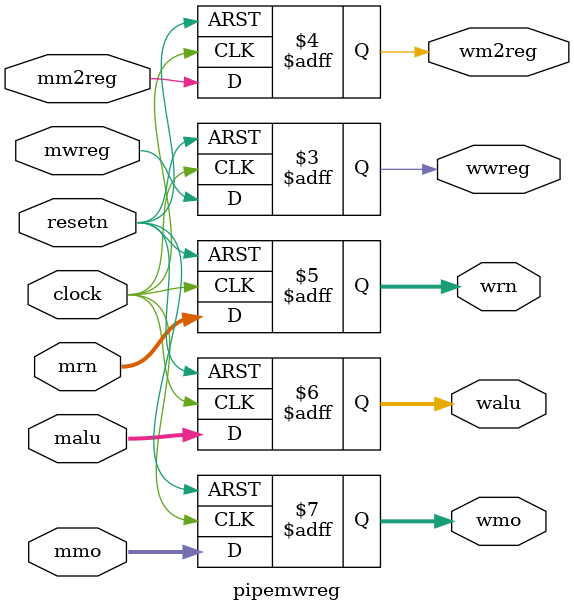
<source format=v>
module pipemwreg(
	mwreg,mm2reg,mmo,malu,mrn,clock,resetn,
	wwreg,wm2reg,wmo,walu,wrn
);
	input mwreg, mm2reg, clock, resetn;
	input [4:0] mrn;
	input [31:0] malu, mmo;
	output reg wwreg, wm2reg;
	output reg [4:0] wrn;
	output reg [31:0] walu, wmo;
	
	always@(posedge clock or negedge resetn)
	begin
		if(resetn == 0)
		begin
			wwreg <= 0;
			wm2reg <= 0;
			wrn <= 0;
			walu <= 0;
			wmo <= 0;
		end
		else
		begin
			wwreg <= mwreg;
			wm2reg <= mm2reg;
			wrn <= mrn;
			walu <= malu;
			wmo <= mmo;
		end
	end
endmodule 
</source>
